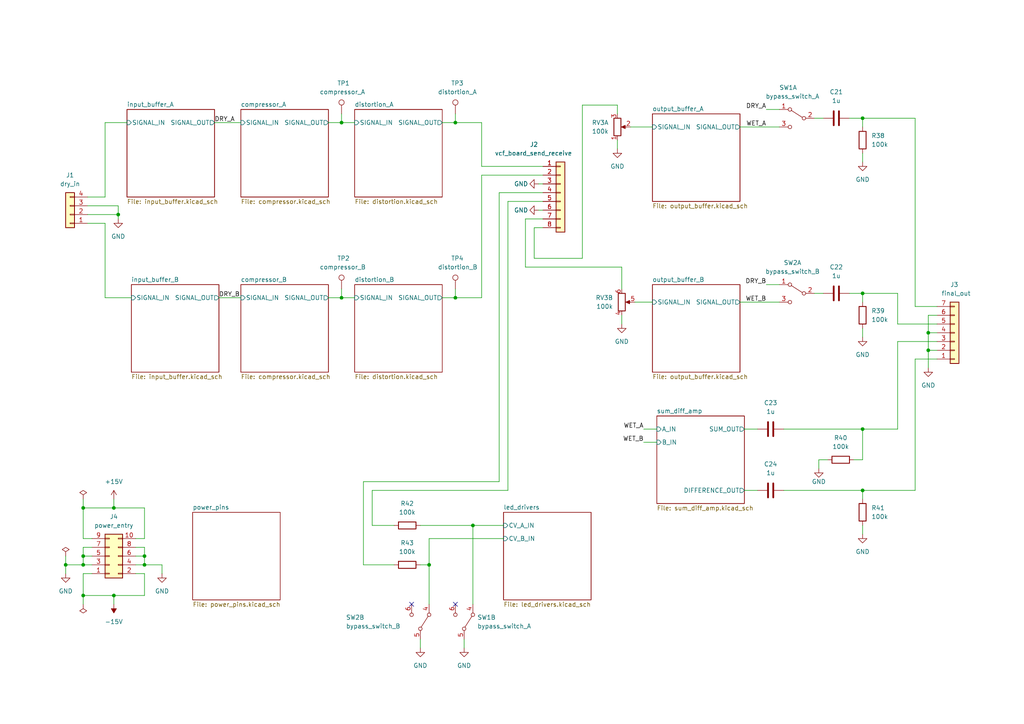
<source format=kicad_sch>
(kicad_sch (version 20230121) (generator eeschema)
  (paper "A4")
  (title_block (title "M.S.M. Stereo Lowpass Filter Pedal") (date "2023-04-15") (rev "0.1") (comment 2 "creativecommons.org/licenses/by/4.0") (comment 3 "License: CC by 4.0") (comment 4 "Author: Jordan Aceto"))
  (lib_symbols
    (symbol "Connector:TestPoint" (pin_numbers hide) (pin_names (offset 0.762) hide)
      (property "Reference" "TP" (at 0 6.858 0))
      (property "Value" "TestPoint" (at 0 5.08 0))
      (symbol "TestPoint_0_1"
        (circle (center 0 3.302) (radius 0.762))
      )
      (symbol "TestPoint_1_1"
        (pin passive line (at 0 0 90) (length 2.54) (name "1") (number "1"))
      )
    )
    (symbol "Connector_Generic:Conn_01x04" (pin_names (offset 1.016) hide)
      (property "Reference" "J" (at 0 5.08 0))
      (property "Value" "Conn_01x04" (at 0 -7.62 0))
      (symbol "Conn_01x04_1_1"
        (rectangle (start -1.27 -4.953) (end 0 -5.207) (stroke (width 0.1524)))
        (rectangle (start -1.27 -2.413) (end 0 -2.667) (stroke (width 0.1524)))
        (rectangle (start -1.27 0.127) (end 0 -0.127) (stroke (width 0.1524)))
        (rectangle (start -1.27 2.667) (end 0 2.413) (stroke (width 0.1524)))
        (rectangle (start -1.27 3.81) (end 1.27 -6.35) (stroke (width 0.254)) (fill (type background)))
        (pin passive line (at -5.08 2.54 0) (length 3.81) (name "Pin_1") (number "1"))
        (pin passive line (at -5.08 0 0) (length 3.81) (name "Pin_2") (number "2"))
        (pin passive line (at -5.08 -2.54 0) (length 3.81) (name "Pin_3") (number "3"))
        (pin passive line (at -5.08 -5.08 0) (length 3.81) (name "Pin_4") (number "4"))
      )
    )
    (symbol "Connector_Generic:Conn_01x07" (pin_names (offset 1.016) hide)
      (property "Reference" "J" (at 0 10.16 0))
      (property "Value" "Conn_01x07" (at 0 -10.16 0))
      (symbol "Conn_01x07_1_1"
        (rectangle (start -1.27 -7.493) (end 0 -7.747) (stroke (width 0.1524)))
        (rectangle (start -1.27 -4.953) (end 0 -5.207) (stroke (width 0.1524)))
        (rectangle (start -1.27 -2.413) (end 0 -2.667) (stroke (width 0.1524)))
        (rectangle (start -1.27 0.127) (end 0 -0.127) (stroke (width 0.1524)))
        (rectangle (start -1.27 2.667) (end 0 2.413) (stroke (width 0.1524)))
        (rectangle (start -1.27 5.207) (end 0 4.953) (stroke (width 0.1524)))
        (rectangle (start -1.27 7.747) (end 0 7.493) (stroke (width 0.1524)))
        (rectangle (start -1.27 8.89) (end 1.27 -8.89) (stroke (width 0.254)) (fill (type background)))
        (pin passive line (at -5.08 7.62 0) (length 3.81) (name "Pin_1") (number "1"))
        (pin passive line (at -5.08 5.08 0) (length 3.81) (name "Pin_2") (number "2"))
        (pin passive line (at -5.08 2.54 0) (length 3.81) (name "Pin_3") (number "3"))
        (pin passive line (at -5.08 0 0) (length 3.81) (name "Pin_4") (number "4"))
        (pin passive line (at -5.08 -2.54 0) (length 3.81) (name "Pin_5") (number "5"))
        (pin passive line (at -5.08 -5.08 0) (length 3.81) (name "Pin_6") (number "6"))
        (pin passive line (at -5.08 -7.62 0) (length 3.81) (name "Pin_7") (number "7"))
      )
    )
    (symbol "Connector_Generic:Conn_01x08" (pin_names (offset 1.016) hide)
      (property "Reference" "J" (at 0 10.16 0))
      (property "Value" "Conn_01x08" (at 0 -12.7 0))
      (symbol "Conn_01x08_1_1"
        (rectangle (start -1.27 -10.033) (end 0 -10.287) (stroke (width 0.1524)))
        (rectangle (start -1.27 -7.493) (end 0 -7.747) (stroke (width 0.1524)))
        (rectangle (start -1.27 -4.953) (end 0 -5.207) (stroke (width 0.1524)))
        (rectangle (start -1.27 -2.413) (end 0 -2.667) (stroke (width 0.1524)))
        (rectangle (start -1.27 0.127) (end 0 -0.127) (stroke (width 0.1524)))
        (rectangle (start -1.27 2.667) (end 0 2.413) (stroke (width 0.1524)))
        (rectangle (start -1.27 5.207) (end 0 4.953) (stroke (width 0.1524)))
        (rectangle (start -1.27 7.747) (end 0 7.493) (stroke (width 0.1524)))
        (rectangle (start -1.27 8.89) (end 1.27 -11.43) (stroke (width 0.254)) (fill (type background)))
        (pin passive line (at -5.08 7.62 0) (length 3.81) (name "Pin_1") (number "1"))
        (pin passive line (at -5.08 5.08 0) (length 3.81) (name "Pin_2") (number "2"))
        (pin passive line (at -5.08 2.54 0) (length 3.81) (name "Pin_3") (number "3"))
        (pin passive line (at -5.08 0 0) (length 3.81) (name "Pin_4") (number "4"))
        (pin passive line (at -5.08 -2.54 0) (length 3.81) (name "Pin_5") (number "5"))
        (pin passive line (at -5.08 -5.08 0) (length 3.81) (name "Pin_6") (number "6"))
        (pin passive line (at -5.08 -7.62 0) (length 3.81) (name "Pin_7") (number "7"))
        (pin passive line (at -5.08 -10.16 0) (length 3.81) (name "Pin_8") (number "8"))
      )
    )
    (symbol "Connector_Generic:Conn_02x05_Odd_Even" (pin_names (offset 1.016) hide)
      (property "Reference" "J" (at 1.27 7.62 0))
      (property "Value" "Conn_02x05_Odd_Even" (at 1.27 -7.62 0))
      (symbol "Conn_02x05_Odd_Even_1_1"
        (rectangle (start -1.27 -4.953) (end 0 -5.207) (stroke (width 0.1524)))
        (rectangle (start -1.27 -2.413) (end 0 -2.667) (stroke (width 0.1524)))
        (rectangle (start -1.27 0.127) (end 0 -0.127) (stroke (width 0.1524)))
        (rectangle (start -1.27 2.667) (end 0 2.413) (stroke (width 0.1524)))
        (rectangle (start -1.27 5.207) (end 0 4.953) (stroke (width 0.1524)))
        (rectangle (start -1.27 6.35) (end 3.81 -6.35) (stroke (width 0.254)) (fill (type background)))
        (rectangle (start 3.81 -4.953) (end 2.54 -5.207) (stroke (width 0.1524)))
        (rectangle (start 3.81 -2.413) (end 2.54 -2.667) (stroke (width 0.1524)))
        (rectangle (start 3.81 0.127) (end 2.54 -0.127) (stroke (width 0.1524)))
        (rectangle (start 3.81 2.667) (end 2.54 2.413) (stroke (width 0.1524)))
        (rectangle (start 3.81 5.207) (end 2.54 4.953) (stroke (width 0.1524)))
        (pin passive line (at -5.08 5.08 0) (length 3.81) (name "Pin_1") (number "1"))
        (pin passive line (at 7.62 -5.08 180) (length 3.81) (name "Pin_10") (number "10"))
        (pin passive line (at 7.62 5.08 180) (length 3.81) (name "Pin_2") (number "2"))
        (pin passive line (at -5.08 2.54 0) (length 3.81) (name "Pin_3") (number "3"))
        (pin passive line (at 7.62 2.54 180) (length 3.81) (name "Pin_4") (number "4"))
        (pin passive line (at -5.08 0 0) (length 3.81) (name "Pin_5") (number "5"))
        (pin passive line (at 7.62 0 180) (length 3.81) (name "Pin_6") (number "6"))
        (pin passive line (at -5.08 -2.54 0) (length 3.81) (name "Pin_7") (number "7"))
        (pin passive line (at 7.62 -2.54 180) (length 3.81) (name "Pin_8") (number "8"))
        (pin passive line (at -5.08 -5.08 0) (length 3.81) (name "Pin_9") (number "9"))
      )
    )
    (symbol "Device:C" (pin_numbers hide) (pin_names (offset 0.254))
      (property "Reference" "C" (at 0.635 2.54 0))
      (property "Value" "C" (at 0.635 -2.54 0))
      (symbol "C_0_1"
        (polyline (pts (xy -2.032 -0.762) (xy 2.032 -0.762)) (stroke (width 0.508)))
        (polyline (pts (xy -2.032 0.762) (xy 2.032 0.762)) (stroke (width 0.508)))
      )
      (symbol "C_1_1"
        (pin passive line (at 0 3.81 270) (length 2.794) (name "~") (number "1"))
        (pin passive line (at 0 -3.81 90) (length 2.794) (name "~") (number "2"))
      )
    )
    (symbol "Device:R" (pin_numbers hide) (pin_names (offset 0))
      (property "Reference" "R" (at 2.032 0 90))
      (property "Value" "R" (at 0 0 90))
      (symbol "R_0_1"
        (rectangle (start -1.016 -2.54) (end 1.016 2.54) (stroke (width 0.254)))
      )
      (symbol "R_1_1"
        (pin passive line (at 0 3.81 270) (length 1.27) (name "~") (number "1"))
        (pin passive line (at 0 -3.81 90) (length 1.27) (name "~") (number "2"))
      )
    )
    (symbol "Device:R_Potentiometer_Dual_Separate" (pin_names (offset 1.016) hide)
      (property "Reference" "RV" (at -4.445 0 90))
      (property "Value" "R_Potentiometer_Dual_Separate" (at -2.54 0 90))
      (symbol "R_Potentiometer_Dual_Separate_0_1"
        (polyline (pts (xy 2.54 0) (xy 1.524 0)))
        (polyline (pts (xy 1.143 0) (xy 2.286 0.508) (xy 2.286 -0.508) (xy 1.143 0)) (fill (type outline)))
        (rectangle (start 1.016 2.54) (end -1.016 -2.54) (stroke (width 0.254)))
      )
      (symbol "R_Potentiometer_Dual_Separate_1_1"
        (pin passive line (at 0 3.81 270) (length 1.27) (name "1") (number "1"))
        (pin passive line (at 3.81 0 180) (length 1.27) (name "2") (number "2"))
        (pin passive line (at 0 -3.81 90) (length 1.27) (name "3") (number "3"))
      )
      (symbol "R_Potentiometer_Dual_Separate_2_1"
        (pin passive line (at 0 3.81 270) (length 1.27) (name "4") (number "4"))
        (pin passive line (at 3.81 0 180) (length 1.27) (name "5") (number "5"))
        (pin passive line (at 0 -3.81 90) (length 1.27) (name "6") (number "6"))
      )
    )
    (symbol "Switch:SW_DPDT_x2" (pin_names (offset 0) hide)
      (property "Reference" "SW" (at 0 4.318 0))
      (property "Value" "SW_DPDT_x2" (at 0 -5.08 0))
      (symbol "SW_DPDT_x2_0_0"
        (circle (center -2.032 0) (radius 0.508))
        (circle (center 2.032 -2.54) (radius 0.508))
      )
      (symbol "SW_DPDT_x2_0_1"
        (polyline (pts (xy -1.524 0.254) (xy 1.651 2.286)))
        (circle (center 2.032 2.54) (radius 0.508))
      )
      (symbol "SW_DPDT_x2_1_1"
        (pin passive line (at 5.08 2.54 180) (length 2.54) (name "A") (number "1"))
        (pin passive line (at -5.08 0 0) (length 2.54) (name "B") (number "2"))
        (pin passive line (at 5.08 -2.54 180) (length 2.54) (name "C") (number "3"))
      )
      (symbol "SW_DPDT_x2_2_1"
        (pin passive line (at 5.08 2.54 180) (length 2.54) (name "A") (number "4"))
        (pin passive line (at -5.08 0 0) (length 2.54) (name "B") (number "5"))
        (pin passive line (at 5.08 -2.54 180) (length 2.54) (name "C") (number "6"))
      )
    )
    (symbol "power:+15V" (power) (pin_names (offset 0))
      (property "Value" "+15V" (at 0 3.556 0))
      (symbol "+15V_0_1"
        (polyline (pts (xy -0.762 1.27) (xy 0 2.54)))
        (polyline (pts (xy 0 0) (xy 0 2.54)))
        (polyline (pts (xy 0 2.54) (xy 0.762 1.27)))
      )
      (symbol "+15V_1_1"
        (pin power_in line (at 0 0 90) (length 0) hide (name "+15V") (number "1"))
      )
    )
    (symbol "power:-15V" (power) (pin_names (offset 0))
      (property "Value" "-15V" (at 0 3.81 0))
      (symbol "-15V_0_0"
        (pin power_in line (at 0 0 90) (length 0) hide (name "-15V") (number "1"))
      )
      (symbol "-15V_0_1"
        (polyline (pts (xy 0 0) (xy 0 1.27) (xy 0.762 1.27) (xy 0 2.54) (xy -0.762 1.27) (xy 0 1.27)) (fill (type outline)))
      )
    )
    (symbol "power:GND" (power) (pin_names (offset 0))
      (property "Value" "GND" (at 0 -3.81 0))
      (symbol "GND_0_1"
        (polyline (pts (xy 0 0) (xy 0 -1.27) (xy 1.27 -1.27) (xy 0 -2.54) (xy -1.27 -1.27) (xy 0 -1.27)))
      )
      (symbol "GND_1_1"
        (pin power_in line (at 0 0 270) (length 0) hide (name "GND") (number "1"))
      )
    )
    (symbol "power:PWR_FLAG" (power) (pin_numbers hide) (pin_names (offset 0) hide)
      (property "Value" "PWR_FLAG" (at 0 3.81 0))
      (symbol "PWR_FLAG_0_0"
        (pin power_out line (at 0 0 90) (length 0) (name "pwr") (number "1"))
      )
      (symbol "PWR_FLAG_0_1"
        (polyline (pts (xy 0 0) (xy 0 1.27) (xy -1.016 1.905) (xy 0 2.54) (xy 1.016 1.905) (xy 0 1.27)))
      )
    )
  )
  (junction (at 24.13 147.32))
  (junction (at 269.24 96.52))
  (junction (at 250.19 124.46))
  (junction (at 24.13 172.72))
  (junction (at 132.08 86.36))
  (junction (at 24.13 163.83))
  (junction (at 132.08 35.56))
  (junction (at 124.46 163.83))
  (junction (at 250.19 34.29))
  (junction (at 24.13 161.29))
  (junction (at 33.02 172.72))
  (junction (at 99.06 35.56))
  (junction (at 250.19 85.09))
  (junction (at 250.19 142.24))
  (junction (at 33.02 147.32))
  (junction (at 269.24 101.6))
  (junction (at 137.16 152.4))
  (junction (at 41.91 163.83))
  (junction (at 99.06 86.36))
  (junction (at 19.05 163.83))
  (junction (at 34.29 62.23))
  (junction (at 41.91 161.29))
  (no_connect (at 132.08 175.26))
  (no_connect (at 119.38 175.26))
  (wire (pts (xy 132.08 35.56) (xy 139.7 35.56)))
  (wire (pts (xy 41.91 166.37) (xy 39.37 166.37)))
  (wire (pts (xy 250.19 95.25) (xy 250.19 97.79)))
  (wire (pts (xy 250.19 142.24) (xy 227.33 142.24)))
  (wire (pts (xy 19.05 163.83) (xy 24.13 163.83)))
  (wire (pts (xy 107.95 152.4) (xy 114.3 152.4)))
  (wire (pts (xy 62.23 35.56) (xy 69.85 35.56)))
  (wire (pts (xy 41.91 172.72) (xy 41.91 166.37)))
  (wire (pts (xy 271.78 93.98) (xy 260.35 93.98)))
  (wire (pts (xy 132.08 86.36) (xy 139.7 86.36)))
  (wire (pts (xy 99.06 33.02) (xy 99.06 35.56)))
  (wire (pts (xy 30.48 57.15) (xy 30.48 35.56)))
  (wire (pts (xy 146.05 156.21) (xy 124.46 156.21)))
  (wire (pts (xy 24.13 172.72) (xy 33.02 172.72)))
  (wire (pts (xy 237.49 135.89) (xy 237.49 133.35)))
  (wire (pts (xy 157.48 53.34) (xy 156.21 53.34)))
  (wire (pts (xy 137.16 152.4) (xy 137.16 175.26)))
  (wire (pts (xy 219.71 142.24) (xy 215.9 142.24)))
  (wire (pts (xy 157.48 55.88) (xy 144.78 55.88)))
  (wire (pts (xy 250.19 142.24) (xy 250.19 144.78)))
  (wire (pts (xy 269.24 101.6) (xy 271.78 101.6)))
  (wire (pts (xy 24.13 158.75) (xy 26.67 158.75)))
  (wire (pts (xy 24.13 158.75) (xy 24.13 161.29)))
  (wire (pts (xy 265.43 34.29) (xy 265.43 88.9)))
  (wire (pts (xy 250.19 44.45) (xy 250.19 46.99)))
  (wire (pts (xy 139.7 50.8) (xy 157.48 50.8)))
  (wire (pts (xy 144.78 139.7) (xy 105.41 139.7)))
  (wire (pts (xy 168.91 74.93) (xy 168.91 30.48)))
  (wire (pts (xy 39.37 158.75) (xy 41.91 158.75)))
  (wire (pts (xy 33.02 172.72) (xy 33.02 175.26)))
  (wire (pts (xy 222.25 31.75) (xy 226.06 31.75)))
  (wire (pts (xy 41.91 161.29) (xy 41.91 158.75)))
  (wire (pts (xy 95.25 86.36) (xy 99.06 86.36)))
  (wire (pts (xy 34.29 62.23) (xy 34.29 59.69)))
  (wire (pts (xy 24.13 161.29) (xy 24.13 163.83)))
  (wire (pts (xy 260.35 124.46) (xy 260.35 99.06)))
  (wire (pts (xy 124.46 156.21) (xy 124.46 163.83)))
  (wire (pts (xy 99.06 86.36) (xy 102.87 86.36)))
  (wire (pts (xy 25.4 57.15) (xy 30.48 57.15)))
  (wire (pts (xy 269.24 96.52) (xy 271.78 96.52)))
  (wire (pts (xy 147.32 58.42) (xy 147.32 142.24)))
  (wire (pts (xy 24.13 161.29) (xy 26.67 161.29)))
  (wire (pts (xy 105.41 139.7) (xy 105.41 163.83)))
  (wire (pts (xy 250.19 34.29) (xy 265.43 34.29)))
  (wire (pts (xy 19.05 166.37) (xy 19.05 163.83)))
  (wire (pts (xy 39.37 163.83) (xy 41.91 163.83)))
  (wire (pts (xy 30.48 35.56) (xy 36.83 35.56)))
  (wire (pts (xy 215.9 124.46) (xy 219.71 124.46)))
  (wire (pts (xy 182.88 36.83) (xy 189.23 36.83)))
  (wire (pts (xy 132.08 33.02) (xy 132.08 35.56)))
  (wire (pts (xy 24.13 166.37) (xy 24.13 172.72)))
  (wire (pts (xy 147.32 142.24) (xy 107.95 142.24)))
  (wire (pts (xy 128.27 35.56) (xy 132.08 35.56)))
  (wire (pts (xy 24.13 144.78) (xy 24.13 147.32)))
  (wire (pts (xy 186.69 128.27) (xy 190.5 128.27)))
  (wire (pts (xy 260.35 93.98) (xy 260.35 85.09)))
  (wire (pts (xy 154.94 74.93) (xy 154.94 66.04)))
  (wire (pts (xy 134.62 185.42) (xy 134.62 187.96)))
  (wire (pts (xy 269.24 91.44) (xy 269.24 96.52)))
  (wire (pts (xy 157.48 48.26) (xy 139.7 48.26)))
  (wire (pts (xy 34.29 63.5) (xy 34.29 62.23)))
  (wire (pts (xy 154.94 66.04) (xy 157.48 66.04)))
  (wire (pts (xy 168.91 74.93) (xy 154.94 74.93)))
  (wire (pts (xy 39.37 156.21) (xy 41.91 156.21)))
  (wire (pts (xy 25.4 64.77) (xy 30.48 64.77)))
  (wire (pts (xy 222.25 82.55) (xy 226.06 82.55)))
  (wire (pts (xy 39.37 161.29) (xy 41.91 161.29)))
  (wire (pts (xy 152.4 77.47) (xy 152.4 63.5)))
  (wire (pts (xy 214.63 36.83) (xy 226.06 36.83)))
  (wire (pts (xy 99.06 83.82) (xy 99.06 86.36)))
  (wire (pts (xy 265.43 104.14) (xy 265.43 142.24)))
  (wire (pts (xy 25.4 62.23) (xy 34.29 62.23)))
  (wire (pts (xy 269.24 101.6) (xy 269.24 106.68)))
  (wire (pts (xy 237.49 133.35) (xy 240.03 133.35)))
  (wire (pts (xy 157.48 60.96) (xy 156.21 60.96)))
  (wire (pts (xy 137.16 152.4) (xy 146.05 152.4)))
  (wire (pts (xy 121.92 152.4) (xy 137.16 152.4)))
  (wire (pts (xy 95.25 35.56) (xy 99.06 35.56)))
  (wire (pts (xy 180.34 77.47) (xy 180.34 83.82)))
  (wire (pts (xy 34.29 59.69) (xy 25.4 59.69)))
  (wire (pts (xy 33.02 147.32) (xy 24.13 147.32)))
  (wire (pts (xy 265.43 104.14) (xy 271.78 104.14)))
  (wire (pts (xy 250.19 124.46) (xy 260.35 124.46)))
  (wire (pts (xy 247.65 133.35) (xy 250.19 133.35)))
  (wire (pts (xy 184.15 87.63) (xy 189.23 87.63)))
  (wire (pts (xy 236.22 34.29) (xy 238.76 34.29)))
  (wire (pts (xy 144.78 55.88) (xy 144.78 139.7)))
  (wire (pts (xy 107.95 142.24) (xy 107.95 152.4)))
  (wire (pts (xy 179.07 30.48) (xy 179.07 33.02)))
  (wire (pts (xy 33.02 144.78) (xy 33.02 147.32)))
  (wire (pts (xy 41.91 147.32) (xy 33.02 147.32)))
  (wire (pts (xy 180.34 91.44) (xy 180.34 93.98)))
  (wire (pts (xy 260.35 99.06) (xy 271.78 99.06)))
  (wire (pts (xy 152.4 63.5) (xy 157.48 63.5)))
  (wire (pts (xy 271.78 91.44) (xy 269.24 91.44)))
  (wire (pts (xy 24.13 175.26) (xy 24.13 172.72)))
  (wire (pts (xy 46.99 163.83) (xy 41.91 163.83)))
  (wire (pts (xy 30.48 86.36) (xy 38.1 86.36)))
  (wire (pts (xy 250.19 133.35) (xy 250.19 124.46)))
  (wire (pts (xy 19.05 161.29) (xy 19.05 163.83)))
  (wire (pts (xy 250.19 152.4) (xy 250.19 154.94)))
  (wire (pts (xy 63.5 86.36) (xy 69.85 86.36)))
  (wire (pts (xy 180.34 77.47) (xy 152.4 77.47)))
  (wire (pts (xy 26.67 166.37) (xy 24.13 166.37)))
  (wire (pts (xy 250.19 34.29) (xy 250.19 36.83)))
  (wire (pts (xy 179.07 40.64) (xy 179.07 43.18)))
  (wire (pts (xy 33.02 172.72) (xy 41.91 172.72)))
  (wire (pts (xy 214.63 87.63) (xy 226.06 87.63)))
  (wire (pts (xy 26.67 163.83) (xy 24.13 163.83)))
  (wire (pts (xy 250.19 85.09) (xy 260.35 85.09)))
  (wire (pts (xy 227.33 124.46) (xy 250.19 124.46)))
  (wire (pts (xy 46.99 166.37) (xy 46.99 163.83)))
  (wire (pts (xy 128.27 86.36) (xy 132.08 86.36)))
  (wire (pts (xy 269.24 96.52) (xy 269.24 101.6)))
  (wire (pts (xy 139.7 48.26) (xy 139.7 35.56)))
  (wire (pts (xy 99.06 35.56) (xy 102.87 35.56)))
  (wire (pts (xy 271.78 88.9) (xy 265.43 88.9)))
  (wire (pts (xy 265.43 142.24) (xy 250.19 142.24)))
  (wire (pts (xy 121.92 185.42) (xy 121.92 187.96)))
  (wire (pts (xy 30.48 64.77) (xy 30.48 86.36)))
  (wire (pts (xy 246.38 85.09) (xy 250.19 85.09)))
  (wire (pts (xy 132.08 83.82) (xy 132.08 86.36)))
  (wire (pts (xy 157.48 58.42) (xy 147.32 58.42)))
  (wire (pts (xy 24.13 147.32) (xy 24.13 156.21)))
  (wire (pts (xy 186.69 124.46) (xy 190.5 124.46)))
  (wire (pts (xy 124.46 175.26) (xy 124.46 163.83)))
  (wire (pts (xy 246.38 34.29) (xy 250.19 34.29)))
  (wire (pts (xy 168.91 30.48) (xy 179.07 30.48)))
  (wire (pts (xy 41.91 163.83) (xy 41.91 161.29)))
  (wire (pts (xy 124.46 163.83) (xy 121.92 163.83)))
  (wire (pts (xy 139.7 50.8) (xy 139.7 86.36)))
  (wire (pts (xy 236.22 85.09) (xy 238.76 85.09)))
  (wire (pts (xy 24.13 156.21) (xy 26.67 156.21)))
  (wire (pts (xy 41.91 156.21) (xy 41.91 147.32)))
  (wire (pts (xy 105.41 163.83) (xy 114.3 163.83)))
  (wire (pts (xy 250.19 85.09) (xy 250.19 87.63)))
  (label "WET_B" (at 186.69 128.27 180))
  (label "WET_A" (at 222.25 36.83 180))
  (label "WET_B" (at 222.25 87.63 180))
  (label "DRY_B" (at 63.5 86.36 0))
  (label "DRY_A" (at 62.23 35.56 0))
  (label "DRY_A" (at 222.25 31.75 180))
  (label "WET_A" (at 186.69 124.46 180))
  (label "DRY_B" (at 222.25 82.55 180))
  (symbol (lib_id "Device:C") (at 223.52 124.46 90) (unit 1)
    (property "Reference" "C23" (at 223.52 116.84 90))
    (property "Value" "1u" (at 223.52 119.38 90))
    (property "Footprint" "Capacitor_THT:C_Rect_L7.2mm_W5.5mm_P5.00mm_FKS2_FKP2_MKS2_MKP2" (effects hide))
  )
  (symbol (lib_id "Device:R") (at 243.84 133.35 90) (unit 1)
    (property "Reference" "R40" (at 243.84 127 90))
    (property "Value" "100k" (at 243.84 129.54 90))
    (property "Footprint" "Resistor_SMD:R_0805_2012Metric" (effects hide))
  )
  (symbol (lib_id "Device:C") (at 242.57 34.29 90) (unit 1)
    (property "Reference" "C21" (at 242.57 26.67 90))
    (property "Value" "1u" (at 242.57 29.21 90))
    (property "Footprint" "Capacitor_THT:C_Rect_L7.2mm_W5.5mm_P5.00mm_FKS2_FKP2_MKS2_MKP2" (effects hide))
  )
  (symbol (lib_id "Connector_Generic:Conn_02x05_Odd_Even") (at 31.75 161.29 0) (mirror x) (unit 1)
    (property "Reference" "J4" (at 33.02 149.86 0))
    (property "Value" "power_entry" (at 33.02 152.4 0))
    (property "Footprint" "Connector_IDC:IDC-Header_2x05_P2.54mm_Vertical" (effects hide))
  )
  (symbol (lib_id "power:-15V") (at 33.02 175.26 180) (unit 1)
    (property "Reference" "#PWR0104" (effects hide))
    (property "Value" "-15V" (at 33.02 180.34 0))
  )
  (symbol (lib_id "power:+15V") (at 33.02 144.78 0) (unit 1)
    (property "Reference" "#PWR0107" (effects hide))
    (property "Value" "+15V" (at 33.02 139.7 0))
  )
  (symbol (lib_id "Device:C") (at 223.52 142.24 90) (unit 1)
    (property "Reference" "C24" (at 223.52 134.62 90))
    (property "Value" "1u" (at 223.52 137.16 90))
    (property "Footprint" "Capacitor_THT:C_Rect_L7.2mm_W5.5mm_P5.00mm_FKS2_FKP2_MKS2_MKP2" (effects hide))
  )
  (symbol (lib_id "Connector:TestPoint") (at 132.08 83.82 0) (unit 1)
    (property "Reference" "TP4" (at 130.81 74.93 0) (effects (justify left)))
    (property "Value" "distortion_B" (at 127 77.47 0) (effects (justify left)))
    (property "Footprint" "TestPoint:TestPoint_Keystone_5000-5004_Miniature" (effects hide))
  )
  (symbol (lib_id "Device:R") (at 118.11 152.4 90) (unit 1)
    (property "Reference" "R42" (at 118.11 146.05 90))
    (property "Value" "100k" (at 118.11 148.59 90))
    (property "Footprint" "Resistor_SMD:R_0805_2012Metric" (effects hide))
  )
  (symbol (lib_id "power:GND") (at 19.05 166.37 0) (mirror y) (unit 1)
    (property "Reference" "#PWR0105" (effects hide))
    (property "Value" "GND" (at 19.05 171.45 0))
  )
  (symbol (lib_id "Switch:SW_DPDT_x2") (at 231.14 34.29 0) (mirror y) (unit 1)
    (property "Reference" "SW1" (at 228.6 25.4 0))
    (property "Value" "bypass_switch_A" (at 229.87 27.94 0))
    (property "Footprint" "custom_footprints:DPDT_mini_toggle" (effects hide))
  )
  (symbol (lib_id "power:GND") (at 121.92 187.96 0) (unit 1)
    (property "Reference" "#PWR0110" (effects hide))
    (property "Value" "GND" (at 121.92 193.04 0))
  )
  (symbol (lib_id "Device:C") (at 242.57 85.09 90) (unit 1)
    (property "Reference" "C22" (at 242.57 77.47 90))
    (property "Value" "1u" (at 242.57 80.01 90))
    (property "Footprint" "Capacitor_THT:C_Rect_L7.2mm_W5.5mm_P5.00mm_FKS2_FKP2_MKS2_MKP2" (effects hide))
  )
  (symbol (lib_id "power:PWR_FLAG") (at 24.13 144.78 0) (unit 1)
    (property "Reference" "#FLG0103" (effects hide))
    (property "Value" "PWR_FLAG" (effects hide))
  )
  (symbol (lib_id "power:GND") (at 250.19 46.99 0) (unit 1)
    (property "Reference" "#PWR02" (effects hide))
    (property "Value" "GND" (at 250.19 52.07 0))
  )
  (symbol (lib_id "Device:R") (at 250.19 148.59 0) (unit 1)
    (property "Reference" "R41" (at 252.73 147.3199 0) (effects (justify left)))
    (property "Value" "100k" (at 252.73 149.8599 0) (effects (justify left)))
    (property "Footprint" "Resistor_SMD:R_0805_2012Metric" (effects hide))
  )
  (symbol (lib_id "power:GND") (at 46.99 166.37 0) (unit 1)
    (property "Reference" "#PWR0108" (effects hide))
    (property "Value" "GND" (at 46.99 171.45 0))
  )
  (symbol (lib_id "power:GND") (at 269.24 106.68 0) (unit 1)
    (property "Reference" "#PWR0106" (effects hide))
    (property "Value" "GND" (at 269.24 111.76 0))
  )
  (symbol (lib_id "Connector_Generic:Conn_01x08") (at 162.56 55.88 0) (unit 1)
    (property "Reference" "J2" (at 153.67 41.91 0) (effects (justify left)))
    (property "Value" "vcf_board_send_receive" (at 143.51 44.45 0) (effects (justify left)))
    (property "Footprint" "Connector_Molex:Molex_KK-254_AE-6410-08A_1x08_P2.54mm_Vertical" (effects hide))
  )
  (symbol (lib_id "Connector:TestPoint") (at 99.06 33.02 0) (unit 1)
    (property "Reference" "TP1" (at 97.79 24.13 0) (effects (justify left)))
    (property "Value" "compressor_A" (at 92.71 26.67 0) (effects (justify left)))
    (property "Footprint" "TestPoint:TestPoint_Keystone_5000-5004_Miniature" (effects hide))
  )
  (symbol (lib_id "power:GND") (at 250.19 154.94 0) (unit 1)
    (property "Reference" "#PWR04" (effects hide))
    (property "Value" "GND" (at 250.19 160.02 0))
  )
  (symbol (lib_id "power:PWR_FLAG") (at 19.05 161.29 0) (unit 1)
    (property "Reference" "#FLG0102" (effects hide))
    (property "Value" "PWR_FLAG" (effects hide))
  )
  (symbol (lib_id "power:GND") (at 237.49 135.89 0) (unit 1)
    (property "Reference" "#PWR01" (effects hide))
    (property "Value" "GND" (at 237.49 139.7 0))
  )
  (symbol (lib_id "Connector:TestPoint") (at 99.06 83.82 0) (unit 1)
    (property "Reference" "TP2" (at 97.79 74.93 0) (effects (justify left)))
    (property "Value" "compressor_B" (at 92.71 77.47 0) (effects (justify left)))
    (property "Footprint" "TestPoint:TestPoint_Keystone_5000-5004_Miniature" (effects hide))
  )
  (symbol (lib_id "power:PWR_FLAG") (at 24.13 175.26 180) (unit 1)
    (property "Reference" "#FLG0101" (effects hide))
    (property "Value" "PWR_FLAG" (effects hide))
  )
  (symbol (lib_id "power:GND") (at 134.62 187.96 0) (unit 1)
    (property "Reference" "#PWR0111" (effects hide))
    (property "Value" "GND" (at 134.62 193.04 0))
  )
  (symbol (lib_id "power:GND") (at 179.07 43.18 0) (unit 1)
    (property "Reference" "#PWR0103" (effects hide))
    (property "Value" "GND" (at 179.07 48.26 0))
  )
  (symbol (lib_id "Device:R") (at 118.11 163.83 90) (unit 1)
    (property "Reference" "R43" (at 118.11 157.48 90))
    (property "Value" "100k" (at 118.11 160.02 90))
    (property "Footprint" "Resistor_SMD:R_0805_2012Metric" (effects hide))
  )
  (symbol (lib_id "Connector:TestPoint") (at 132.08 33.02 0) (unit 1)
    (property "Reference" "TP3" (at 130.81 24.13 0) (effects (justify left)))
    (property "Value" "distortion_A" (at 127 26.67 0) (effects (justify left)))
    (property "Footprint" "TestPoint:TestPoint_Keystone_5000-5004_Miniature" (effects hide))
  )
  (symbol (lib_id "Device:R") (at 250.19 40.64 180) (unit 1)
    (property "Reference" "R38" (at 252.73 39.3699 0) (effects (justify right)))
    (property "Value" "100k" (at 252.73 41.9099 0) (effects (justify right)))
    (property "Footprint" "Resistor_SMD:R_0805_2012Metric" (effects hide))
  )
  (symbol (lib_id "power:GND") (at 34.29 63.5 0) (unit 1)
    (property "Reference" "#PWR0114" (effects hide))
    (property "Value" "GND" (at 34.29 68.58 0))
  )
  (symbol (lib_id "power:GND") (at 250.19 97.79 0) (unit 1)
    (property "Reference" "#PWR03" (effects hide))
    (property "Value" "GND" (at 250.19 102.87 0))
  )
  (symbol (lib_id "Switch:SW_DPDT_x2") (at 134.62 180.34 270) (mirror x) (unit 2)
    (property "Reference" "SW1" (at 138.43 179.0699 90) (effects (justify left)))
    (property "Value" "bypass_switch_A" (at 138.43 181.6099 90) (effects (justify left)))
    (property "Footprint" "custom_footprints:DPDT_mini_toggle" (effects hide))
  )
  (symbol (lib_id "power:GND") (at 156.21 53.34 270) (mirror x) (unit 1)
    (property "Reference" "#PWR0101" (effects hide))
    (property "Value" "GND" (at 151.13 53.34 90))
  )
  (symbol (lib_id "Switch:SW_DPDT_x2") (at 121.92 180.34 270) (mirror x) (unit 2)
    (property "Reference" "SW2" (at 100.33 179.07 90) (effects (justify left)))
    (property "Value" "bypass_switch_B" (at 100.33 181.61 90) (effects (justify left)))
    (property "Footprint" "custom_footprints:DPDT_mini_toggle" (effects hide))
  )
  (symbol (lib_id "Device:R_Potentiometer_Dual_Separate") (at 179.07 36.83 0) (mirror x) (unit 1)
    (property "Reference" "RV3" (at 176.53 35.5599 0) (effects (justify right)))
    (property "Value" "100k" (at 176.53 38.0999 0) (effects (justify right)))
    (property "Footprint" "Potentiometer_THT:Potentiometer_Alpha_RD902F-40-00D_Dual_Vertical" (effects hide))
  )
  (symbol (lib_id "Connector_Generic:Conn_01x04") (at 20.32 62.23 180) (unit 1)
    (property "Reference" "J1" (at 20.32 50.8 0))
    (property "Value" "dry_in" (at 20.32 53.34 0))
    (property "Footprint" "Connector_Molex:Molex_KK-254_AE-6410-04A_1x04_P2.54mm_Vertical" (effects hide))
  )
  (symbol (lib_id "power:GND") (at 156.21 60.96 270) (mirror x) (unit 1)
    (property "Reference" "#PWR0109" (effects hide))
    (property "Value" "GND" (at 151.13 60.96 90))
  )
  (symbol (lib_id "power:GND") (at 180.34 93.98 0) (unit 1)
    (property "Reference" "#PWR0102" (effects hide))
    (property "Value" "GND" (at 180.34 99.06 0))
  )
  (symbol (lib_id "Connector_Generic:Conn_01x07") (at 276.86 96.52 0) (mirror x) (unit 1)
    (property "Reference" "J3" (at 275.59 82.55 0) (effects (justify left)))
    (property "Value" "final_out" (at 273.05 85.09 0) (effects (justify left)))
    (property "Footprint" "Connector_Molex:Molex_KK-254_AE-6410-07A_1x07_P2.54mm_Vertical" (effects hide))
  )
  (symbol (lib_id "Device:R") (at 250.19 91.44 0) (unit 1)
    (property "Reference" "R39" (at 252.73 90.1699 0) (effects (justify left)))
    (property "Value" "100k" (at 252.73 92.7099 0) (effects (justify left)))
    (property "Footprint" "Resistor_SMD:R_0805_2012Metric" (effects hide))
  )
  (symbol (lib_id "Device:R_Potentiometer_Dual_Separate") (at 180.34 87.63 0) (mirror x) (unit 2)
    (property "Reference" "RV3" (at 177.8 86.3599 0) (effects (justify right)))
    (property "Value" "100k" (at 177.8 88.8999 0) (effects (justify right)))
    (property "Footprint" "Potentiometer_THT:Potentiometer_Alpha_RD902F-40-00D_Dual_Vertical" (effects hide))
  )
  (symbol (lib_id "Switch:SW_DPDT_x2") (at 231.14 85.09 0) (mirror y) (unit 1)
    (property "Reference" "SW2" (at 229.87 76.2 0))
    (property "Value" "bypass_switch_B" (at 229.87 78.74 0))
    (property "Footprint" "custom_footprints:DPDT_mini_toggle" (effects hide))
  )
  (sheet (at 38.1 82.55) (size 25.4 25.4) (stroke (width 0.1524))
    (property "Sheetname" "input_buffer_B" (at 38.1 81.8384 0) (effects (justify left bottom)))
    (property "Sheetfile" "input_buffer.kicad_sch" (at 38.1 108.5346 0) (effects (justify left top)))
    (pin "SIGNAL_IN" input (at 38.1 86.36 180))
    (pin "SIGNAL_OUT" output (at 63.5 86.36 0))
  )
  (sheet (at 190.5 120.65) (size 25.4 25.4) (stroke (width 0.1524))
    (property "Sheetname" "sum_diff_amp" (at 190.5 119.9384 0) (effects (justify left bottom)))
    (property "Sheetfile" "sum_diff_amp.kicad_sch" (at 190.5 146.6346 0) (effects (justify left top)))
    (pin "DIFFERENCE_OUT" output (at 215.9 142.24 0))
    (pin "SUM_OUT" output (at 215.9 124.46 0))
    (pin "A_IN" input (at 190.5 124.46 180))
    (pin "B_IN" input (at 190.5 128.27 180))
  )
  (sheet (at 55.88 148.59) (size 25.4 25.4) (stroke (width 0.1524))
    (property "Sheetname" "power_pins" (at 55.88 147.8784 0) (effects (justify left bottom)))
    (property "Sheetfile" "power_pins.kicad_sch" (at 55.88 174.5746 0) (effects (justify left top)))
  )
  (sheet (at 189.23 33.02) (size 25.4 25.4) (stroke (width 0.1524))
    (property "Sheetname" "output_buffer_A" (at 189.23 32.3084 0) (effects (justify left bottom)))
    (property "Sheetfile" "output_buffer.kicad_sch" (at 189.23 59.0046 0) (effects (justify left top)))
    (pin "SIGNAL_IN" input (at 189.23 36.83 180))
    (pin "SIGNAL_OUT" output (at 214.63 36.83 0))
  )
  (sheet (at 69.85 31.75) (size 25.4 25.4) (stroke (width 0.1524))
    (property "Sheetname" "compressor_A" (at 69.85 31.0384 0) (effects (justify left bottom)))
    (property "Sheetfile" "compressor.kicad_sch" (at 69.85 57.7346 0) (effects (justify left top)))
    (pin "SIGNAL_OUT" output (at 95.25 35.56 0))
    (pin "SIGNAL_IN" input (at 69.85 35.56 180))
  )
  (sheet (at 189.23 82.55) (size 25.4 25.4) (stroke (width 0.1524))
    (property "Sheetname" "output_buffer_B" (at 189.23 81.8384 0) (effects (justify left bottom)))
    (property "Sheetfile" "output_buffer.kicad_sch" (at 189.23 108.5346 0) (effects (justify left top)))
    (pin "SIGNAL_IN" input (at 189.23 87.63 180))
    (pin "SIGNAL_OUT" output (at 214.63 87.63 0))
  )
  (sheet (at 69.85 82.55) (size 25.4 25.4) (stroke (width 0.1524))
    (property "Sheetname" "compressor_B" (at 69.85 81.8384 0) (effects (justify left bottom)))
    (property "Sheetfile" "compressor.kicad_sch" (at 69.85 108.5346 0) (effects (justify left top)))
    (pin "SIGNAL_OUT" output (at 95.25 86.36 0))
    (pin "SIGNAL_IN" input (at 69.85 86.36 180))
  )
  (sheet (at 146.05 148.59) (size 25.4 25.4) (stroke (width 0.1524))
    (property "Sheetname" "led_drivers" (at 146.05 147.8784 0) (effects (justify left bottom)))
    (property "Sheetfile" "led_drivers.kicad_sch" (at 146.05 174.5746 0) (effects (justify left top)))
    (pin "CV_A_IN" input (at 146.05 152.4 180))
    (pin "CV_B_IN" input (at 146.05 156.21 180))
  )
  (sheet (at 102.87 82.55) (size 25.4 25.4) (stroke (width 0.1524))
    (property "Sheetname" "distortion_B" (at 102.87 81.8384 0) (effects (justify left bottom)))
    (property "Sheetfile" "distortion.kicad_sch" (at 102.87 108.5346 0) (effects (justify left top)))
    (pin "SIGNAL_IN" input (at 102.87 86.36 180))
    (pin "SIGNAL_OUT" output (at 128.27 86.36 0))
  )
  (sheet (at 102.87 31.75) (size 25.4 25.4) (stroke (width 0.1524))
    (property "Sheetname" "distortion_A" (at 102.87 31.0384 0) (effects (justify left bottom)))
    (property "Sheetfile" "distortion.kicad_sch" (at 102.87 57.7346 0) (effects (justify left top)))
    (pin "SIGNAL_IN" input (at 102.87 35.56 180))
    (pin "SIGNAL_OUT" output (at 128.27 35.56 0))
  )
  (sheet (at 36.83 31.75) (size 25.4 25.4) (stroke (width 0.1524))
    (property "Sheetname" "input_buffer_A" (at 36.83 31.0384 0) (effects (justify left bottom)))
    (property "Sheetfile" "input_buffer.kicad_sch" (at 36.83 57.7346 0) (effects (justify left top)))
    (pin "SIGNAL_IN" input (at 36.83 35.56 180))
    (pin "SIGNAL_OUT" output (at 62.23 35.56 0))
  )
)
</source>
